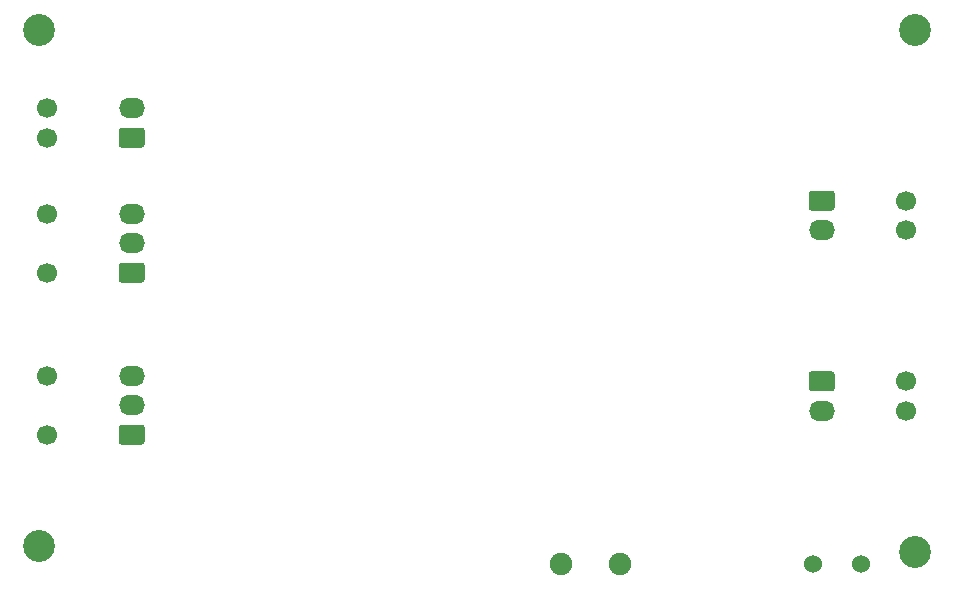
<source format=gbr>
G04 #@! TF.GenerationSoftware,KiCad,Pcbnew,(5.1.10)-1*
G04 #@! TF.CreationDate,2021-06-28T12:10:56+02:00*
G04 #@! TF.ProjectId,BSPD_v_1_1,42535044-5f76-45f3-915f-312e6b696361,rev?*
G04 #@! TF.SameCoordinates,Original*
G04 #@! TF.FileFunction,Soldermask,Bot*
G04 #@! TF.FilePolarity,Negative*
%FSLAX46Y46*%
G04 Gerber Fmt 4.6, Leading zero omitted, Abs format (unit mm)*
G04 Created by KiCad (PCBNEW (5.1.10)-1) date 2021-06-28 12:10:56*
%MOMM*%
%LPD*%
G01*
G04 APERTURE LIST*
%ADD10C,2.700000*%
%ADD11C,1.700000*%
%ADD12O,2.200000X1.700000*%
%ADD13C,1.524000*%
%ADD14C,1.900000*%
G04 APERTURE END LIST*
D10*
X88900000Y-29972000D03*
X88900000Y-73660000D03*
X163068000Y-74168000D03*
X163068000Y-29972000D03*
D11*
X89594000Y-45546000D03*
X89594000Y-50546000D03*
D12*
X96774000Y-45546000D03*
X96774000Y-48046000D03*
G36*
G01*
X97874000Y-49946000D02*
X97874000Y-51146000D01*
G75*
G02*
X97624000Y-51396000I-250000J0D01*
G01*
X95924000Y-51396000D01*
G75*
G02*
X95674000Y-51146000I0J250000D01*
G01*
X95674000Y-49946000D01*
G75*
G02*
X95924000Y-49696000I250000J0D01*
G01*
X97624000Y-49696000D01*
G75*
G02*
X97874000Y-49946000I0J-250000D01*
G01*
G37*
D11*
X89594000Y-59262000D03*
X89594000Y-64262000D03*
D12*
X96774000Y-59262000D03*
X96774000Y-61762000D03*
G36*
G01*
X97874000Y-63662000D02*
X97874000Y-64862000D01*
G75*
G02*
X97624000Y-65112000I-250000J0D01*
G01*
X95924000Y-65112000D01*
G75*
G02*
X95674000Y-64862000I0J250000D01*
G01*
X95674000Y-63662000D01*
G75*
G02*
X95924000Y-63412000I250000J0D01*
G01*
X97624000Y-63412000D01*
G75*
G02*
X97874000Y-63662000I0J-250000D01*
G01*
G37*
D11*
X162374000Y-62240800D03*
X162374000Y-59740800D03*
D12*
X155194000Y-62240800D03*
G36*
G01*
X154094000Y-60340800D02*
X154094000Y-59140800D01*
G75*
G02*
X154344000Y-58890800I250000J0D01*
G01*
X156044000Y-58890800D01*
G75*
G02*
X156294000Y-59140800I0J-250000D01*
G01*
X156294000Y-60340800D01*
G75*
G02*
X156044000Y-60590800I-250000J0D01*
G01*
X154344000Y-60590800D01*
G75*
G02*
X154094000Y-60340800I0J250000D01*
G01*
G37*
D11*
X162374000Y-46950000D03*
X162374000Y-44450000D03*
D12*
X155194000Y-46950000D03*
G36*
G01*
X154094000Y-45050000D02*
X154094000Y-43850000D01*
G75*
G02*
X154344000Y-43600000I250000J0D01*
G01*
X156044000Y-43600000D01*
G75*
G02*
X156294000Y-43850000I0J-250000D01*
G01*
X156294000Y-45050000D01*
G75*
G02*
X156044000Y-45300000I-250000J0D01*
G01*
X154344000Y-45300000D01*
G75*
G02*
X154094000Y-45050000I0J250000D01*
G01*
G37*
D11*
X89594000Y-36616000D03*
X89594000Y-39116000D03*
D12*
X96774000Y-36616000D03*
G36*
G01*
X97874000Y-38516000D02*
X97874000Y-39716000D01*
G75*
G02*
X97624000Y-39966000I-250000J0D01*
G01*
X95924000Y-39966000D01*
G75*
G02*
X95674000Y-39716000I0J250000D01*
G01*
X95674000Y-38516000D01*
G75*
G02*
X95924000Y-38266000I250000J0D01*
G01*
X97624000Y-38266000D01*
G75*
G02*
X97874000Y-38516000I0J-250000D01*
G01*
G37*
D13*
X158496000Y-75184000D03*
X154496000Y-75184000D03*
D14*
X138096000Y-75184000D03*
X133096000Y-75184000D03*
M02*

</source>
